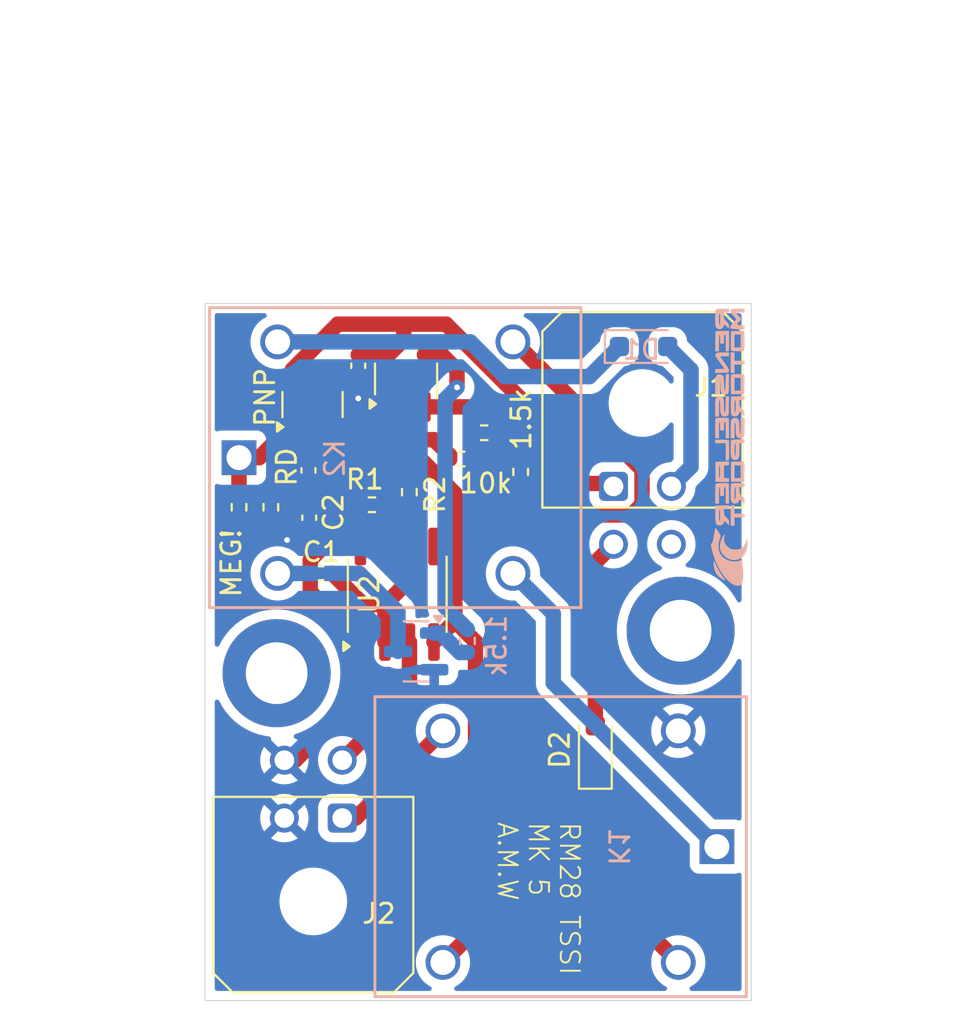
<source format=kicad_pcb>
(kicad_pcb (version 20240108) (generator "pcbnew") (generator_version "8.0")
  (layers (0 "F.Cu" signal) (31 "B.Cu" signal) (34 "B.Paste" user) (35 "F.Paste" user) (36 "B.SilkS" user "B.Silkscreen") (37 "F.SilkS" user "F.Silkscreen") (38 "B.Mask" user) (39 "F.Mask" user) (44 "Edge.Cuts" user))
  (net 0 "")
  (net 1 "Net-(U2-THR)")
  (net 2 "GND")
  (net 3 "BMS")
  (net 4 "Net-(K1-Pad1)")
  (net 5 "Net-(U2-R)")
  (net 7 "+12V")
  (net 8 "IMD")
  (net 9 "Net-(U2-DIS)")
  (net 10 "Net-(Green1-A)")
  (net 12 "Net-(Q1-C)")
  (net 13 "Net-(U3-+)")
  (net 14 "Net-(Q1-B)")
  (net 15 "Net-(U3--)")
  (net 16 "Net-(R4-Pad2)")
  (net 17 "Net-(R7-Pad1)")
  (net 18 "Net-(D1-K)")
  (net 19 "Net-(D2-K)")
  (net 20 "Net-(J2-Pin_3)")
  (net 21 "Net-(Q2-E)")
  (net 22 "Net-(R6-Pad1)")
  (footprint "Resistor_SMD:R_0402_1005Metric_Pad0.72x0.64mm_HandSolder" (layer "F.Cu") (at 132.71 77.2 90)
    (property "Reference" "R6" (hide yes))
    (property "Value" "R")
    (pad "1" smd roundrect (at -0.5975 0 90) (size 0.715 0.64) (layers "F.Cu" "F.Paste" "F.Mask") (net 22 "Net-(R6-Pad1)"))
    (pad "2" smd roundrect (at 0.5975 0 90) (size 0.715 0.64) (layers "F.Cu" "F.Paste" "F.Mask") (net 13 "Net-(U3-+)"))
  )
  (footprint "Capacitor_SMD:C_0402_1005Metric_Pad0.74x0.62mm_HandSolder" (layer "F.Cu") (at 135.32 80.62 180)
    (property "Reference" "C1" (at -0.01 1.1 0) (layer "F.SilkS"))
    (property "Value" ".47u")
    (pad "1" smd roundrect (at -0.5675 0 180) (size 0.735 0.62) (layers "F.Cu" "F.Paste" "F.Mask") (net 1 "Net-(U2-THR)"))
    (pad "2" smd roundrect (at 0.5675 0 180) (size 0.735 0.62) (layers "F.Cu" "F.Paste" "F.Mask") (net 2 "GND"))
  )
  (footprint "MountingHole:MountingHole_3.2mm_M3_DIN965_Pad" (layer "F.Cu") (at 133.01 85.8)
    (property "Reference" "REF**" (hide yes))
    (property "Value" "MountingHole_3.2mm_M3_DIN965_Pad")
    (pad "1" thru_hole circle (at 0 0) (size 5.6 5.6) (drill 3.2) (layers "*.Cu" "*.Mask"))
  )
  (footprint "MountingHole:MountingHole_3.2mm_M3_DIN965_Pad" (layer "F.Cu") (at 153.95 83.6)
    (property "Reference" "REF**" (hide yes))
    (property "Value" "MountingHole_3.2mm_M3_DIN965_Pad")
    (pad "1" thru_hole circle (at 0 0) (size 5.6 5.6) (drill 3.2) (layers "*.Cu" "*.Mask"))
  )
  (footprint "Resistor_SMD:R_0402_1005Metric_Pad0.72x0.64mm_HandSolder" (layer "F.Cu") (at 137.95 77.07)
    (property "Reference" "R1" (at -0.37 -1.31 0) (layer "F.SilkS"))
    (property "Value" "15k")
    (pad "1" smd roundrect (at -0.5975 0) (size 0.715 0.64) (layers "F.Cu" "F.Paste" "F.Mask") (net 5 "Net-(U2-R)"))
    (pad "2" smd roundrect (at 0.5975 0) (size 0.715 0.64) (layers "F.Cu" "F.Paste" "F.Mask") (net 9 "Net-(U2-DIS)"))
  )
  (footprint "Package_TO_SOT_SMD:SOT-23" (layer "F.Cu") (at 134.87 71.8775 90)
    (property "Reference" "PNP" (at 0.3775 -2.46 90) (layer "F.SilkS"))
    (property "Value" "PNP")
    (pad "1" smd roundrect (at -0.9375 -0.95 90) (size 1.475 0.6) (layers "F.Cu" "F.Paste" "F.Mask") (net 7 "+12V"))
    (pad "2" smd roundrect (at -0.9375 0.95 90) (size 1.475 0.6) (layers "F.Cu" "F.Paste" "F.Mask") (net 21 "Net-(Q2-E)"))
    (pad "3" smd roundrect (at 0.9375 0 90) (size 1.475 0.6) (layers "F.Cu" "F.Paste" "F.Mask") (net 2 "GND"))
  )
  (footprint "Resistor_SMD:R_0402_1005Metric_Pad0.72x0.64mm_HandSolder" (layer "F.Cu") (at 131.06 77.2 90)
    (property "Reference" "MEG!" (at -2.9 -0.4 90) (layer "F.SilkS"))
    (property "Value" "R")
    (pad "1" smd roundrect (at -0.5975 0 90) (size 0.715 0.64) (layers "F.Cu" "F.Paste" "F.Mask") (net 22 "Net-(R6-Pad1)"))
    (pad "2" smd roundrect (at 0.5975 0 90) (size 0.715 0.64) (layers "F.Cu" "F.Paste" "F.Mask") (net 7 "+12V"))
  )
  (footprint "Package_SO:SOIC-8_3.9x4.9mm_P1.27mm" (layer "F.Cu") (at 139.26 81.71 90)
    (property "Reference" "U2" (at 0 -1.45 90) (layer "F.SilkS"))
    (property "Value" "NE555D")
    (pad "1" smd roundrect (at -2.475 -1.905 90) (size 1.95 0.6) (layers "F.Cu" "F.Paste" "F.Mask") (net 2 "GND"))
    (pad "2" smd roundrect (at -2.475 -0.635 90) (size 1.95 0.6) (layers "F.Cu" "F.Paste" "F.Mask") (net 1 "Net-(U2-THR)"))
    (pad "3" smd roundrect (at -2.475 0.635 90) (size 1.95 0.6) (layers "F.Cu" "F.Paste" "F.Mask") (net 20 "Net-(J2-Pin_3)"))
    (pad "4" smd roundrect (at -2.475 1.905 90) (size 1.95 0.6) (layers "F.Cu" "F.Paste" "F.Mask") (net 5 "Net-(U2-R)"))
    (pad "5" smd roundrect (at 2.475 1.905 90) (size 1.95 0.6) (layers "F.Cu" "F.Paste" "F.Mask"))
    (pad "6" smd roundrect (at 2.475 0.635 90) (size 1.95 0.6) (layers "F.Cu" "F.Paste" "F.Mask") (net 1 "Net-(U2-THR)"))
    (pad "7" smd roundrect (at 2.475 -0.635 90) (size 1.95 0.6) (layers "F.Cu" "F.Paste" "F.Mask") (net 9 "Net-(U2-DIS)"))
    (pad "8" smd roundrect (at 2.475 -1.905 90) (size 1.95 0.6) (layers "F.Cu" "F.Paste" "F.Mask") (net 5 "Net-(U2-R)"))
  )
  (footprint "Diode_SMD:D_SOD-323_HandSoldering" (layer "F.Cu") (at 149.53 89.7775 90)
    (property "Reference" "D2" (at 0 -1.85 90) (layer "F.SilkS"))
    (property "Value" "D")
    (pad "1" smd roundrect (at -1.25 0 90) (size 1 1) (layers "F.Cu" "F.Paste" "F.Mask") (net 19 "Net-(D2-K)"))
    (pad "2" smd roundrect (at 1.25 0 90) (size 1 1) (layers "F.Cu" "F.Paste" "F.Mask") (net 3 "BMS"))
  )
  (footprint "Resistor_SMD:R_0402_1005Metric_Pad0.72x0.64mm_HandSolder" (layer "F.Cu") (at 142.58 74.7 180)
    (property "Reference" "10k" (at -1.27 -1.26 180) (layer "F.SilkS"))
    (property "Value" "R_0402_1005Metric_Pad0.72x0.64mm_HandSolder")
    (pad "1" smd roundrect (at -0.5975 0 180) (size 0.715 0.64) (layers "F.Cu" "F.Paste" "F.Mask") (net 16 "Net-(R4-Pad2)"))
    (pad "2" smd roundrect (at 0.5975 0 180) (size 0.715 0.64) (layers "F.Cu" "F.Paste" "F.Mask") (net 2 "GND"))
  )
  (footprint "Resistor_SMD:R_0402_1005Metric_Pad0.72x0.64mm_HandSolder" (layer "F.Cu") (at 145.66 75.37 90)
    (property "Reference" "1.5k" (hide yes))
    (property "Value" "R_0402_1005Metric_Pad0.72x0.64mm_HandSolder")
    (pad "1" smd roundrect (at -0.5975 0 90) (size 0.715 0.64) (layers "F.Cu" "F.Paste" "F.Mask") (net 7 "+12V"))
    (pad "2" smd roundrect (at 0.5975 0 90) (size 0.715 0.64) (layers "F.Cu" "F.Paste" "F.Mask") (net 15 "Net-(U3--)"))
  )
  (footprint "Capacitor_SMD:C_0402_1005Metric_Pad0.74x0.62mm_HandSolder" (layer "F.Cu") (at 134.7 77.74 -90)
    (property "Reference" "C1" (hide yes))
    (property "Value" ".47u")
    (pad "1" smd roundrect (at -0.5675 0 270) (size 0.735 0.62) (layers "F.Cu" "F.Paste" "F.Mask") (net 13 "Net-(U3-+)"))
    (pad "2" smd roundrect (at 0.5675 0 270) (size 0.735 0.62) (layers "F.Cu" "F.Paste" "F.Mask") (net 2 "GND"))
  )
  (footprint "Package_TO_SOT_SMD:SOT-23-5_HandSoldering" (layer "F.Cu") (at 139.72 70.65 90)
    (property "Reference" "REF**" (hide yes))
    (property "Value" "SOT-23-5_HandSoldering")
    (pad "1" smd roundrect (at -1.35 -0.95 90) (size 1.56 0.65) (layers "F.Cu" "F.Paste" "F.Mask") (net 13 "Net-(U3-+)"))
    (pad "2" smd roundrect (at -1.35 0 90) (size 1.56 0.65) (layers "F.Cu" "F.Paste" "F.Mask") (net 2 "GND"))
    (pad "3" smd roundrect (at -1.35 0.95 90) (size 1.56 0.65) (layers "F.Cu" "F.Paste" "F.Mask") (net 15 "Net-(U3--)"))
    (pad "4" smd roundrect (at 1.35 0.95 90) (size 1.56 0.65) (layers "F.Cu" "F.Paste" "F.Mask") (net 17 "Net-(R7-Pad1)"))
    (pad "5" smd roundrect (at 1.35 -0.95 90) (size 1.56 0.65) (layers "F.Cu" "F.Paste" "F.Mask") (net 7 "+12V"))
  )
  (footprint "Capacitor_SMD:C_0402_1005Metric_Pad0.74x0.62mm_HandSolder" (layer "F.Cu") (at 137.24 69.87 -90)
    (property "Reference" "REF**" (hide yes))
    (property "Value" "C_0402_1005Metric_Pad0.74x0.62mm_HandSolder")
    (pad "1" smd roundrect (at -0.5675 0 270) (size 0.735 0.62) (layers "F.Cu" "F.Paste" "F.Mask") (net 7 "+12V"))
    (pad "2" smd roundrect (at 0.5675 0 270) (size 0.735 0.62) (layers "F.Cu" "F.Paste" "F.Mask") (net 2 "GND"))
  )
  (footprint "Resistor_SMD:R_0402_1005Metric_Pad0.72x0.64mm_HandSolder" (layer "F.Cu") (at 139.89 76.4175 90)
    (property "Reference" "R2" (at -0.12 1.33 90) (layer "F.SilkS"))
    (property "Value" "470k")
    (pad "1" smd roundrect (at -0.5975 0 90) (size 0.715 0.64) (layers "F.Cu" "F.Paste" "F.Mask") (net 1 "Net-(U2-THR)"))
    (pad "2" smd roundrect (at 0.5975 0 90) (size 0.715 0.64) (layers "F.Cu" "F.Paste" "F.Mask") (net 9 "Net-(U2-DIS)"))
  )
  (footprint "Connector_Molex:Molex_Micro-Fit_3.0_43045-0400_2x02_P3.00mm_Horizontal" (layer "F.Cu") (at 150.47 76.12)
    (property "Reference" "J1" (at 5.05 -5.17 0) (layer "F.SilkS"))
    (property "Value" "Conn_01x04_Pin" (hide yes))
    (pad "" np_thru_hole circle (at 1.5 -4.32) (size 3 3) (drill 3) (layers "*.Cu" "*.Mask"))
    (pad "1" thru_hole roundrect (at 0 0) (size 1.5 1.5) (drill 1.02) (layers "*.Cu" "*.Mask") (roundrect_rratio 0.166667) (net 7 "+12V"))
    (pad "2" thru_hole circle (at 3 0) (size 1.5 1.5) (drill 1.02) (layers "*.Cu" "*.Mask") (net 8 "IMD"))
    (pad "3" thru_hole circle (at 0 3) (size 1.5 1.5) (drill 1.02) (layers "*.Cu" "*.Mask") (net 3 "BMS"))
    (pad "4" thru_hole circle (at 3 3) (size 1.5 1.5) (drill 1.02) (layers "*.Cu" "*.Mask"))
  )
  (footprint "Connector_Molex:Molex_Micro-Fit_3.0_43045-0400_2x02_P3.00mm_Horizontal" (layer "F.Cu") (at 136.41 93.31 180)
    (property "Reference" "J2" (at -1.9 -4.95 0) (layer "F.SilkS"))
    (property "Value" "Conn_01x04_Pin")
    (pad "" np_thru_hole circle (at 1.5 -4.32 180) (size 3 3) (drill 3) (layers "*.Cu" "*.Mask"))
    (pad "1" thru_hole roundrect (at 0 0 180) (size 1.5 1.5) (drill 1.02) (layers "*.Cu" "*.Mask") (roundrect_rratio 0.166667) (net 10 "Net-(Green1-A)"))
    (pad "2" thru_hole circle (at 3 0 180) (size 1.5 1.5) (drill 1.02) (layers "*.Cu" "*.Mask") (net 2 "GND"))
    (pad "3" thru_hole circle (at 0 3 180) (size 1.5 1.5) (drill 1.02) (layers "*.Cu" "*.Mask") (net 20 "Net-(J2-Pin_3)"))
    (pad "4" thru_hole circle (at 3 3 180) (size 1.5 1.5) (drill 1.02) (layers "*.Cu" "*.Mask") (net 2 "GND"))
  )
  (footprint "Resistor_SMD:R_0402_1005Metric_Pad0.72x0.64mm_HandSolder" (layer "F.Cu") (at 143.77 73.34 180)
    (property "Reference" "REF**" (hide yes))
    (property "Value" "R_0402_1005Metric_Pad0.72x0.64mm_HandSolder")
    (pad "1" smd roundrect (at -0.5975 0 180) (size 0.715 0.64) (layers "F.Cu" "F.Paste" "F.Mask") (net 15 "Net-(U3--)"))
    (pad "2" smd roundrect (at 0.5975 0 180) (size 0.715 0.64) (layers "F.Cu" "F.Paste" "F.Mask") (net 16 "Net-(R4-Pad2)"))
  )
  (footprint "Capacitor_SMD:C_0402_1005Metric_Pad0.74x0.62mm_HandSolder" (layer "F.Cu") (at 134.66 75.29 -90)
    (property "Reference" "RD" (at -0.18 1.13 90) (layer "F.SilkS"))
    (property "Value" "R")
    (pad "1" smd roundrect (at -0.5675 0 270) (size 0.735 0.62) (layers "F.Cu" "F.Paste" "F.Mask") (net 21 "Net-(Q2-E)"))
    (pad "2" smd roundrect (at 0.5675 0 270) (size 0.735 0.62) (layers "F.Cu" "F.Paste" "F.Mask") (net 13 "Net-(U3-+)"))
  )
  (footprint "Package_TO_SOT_SMD:SOT-23" (layer "B.Cu") (at 140.2375 84.67 180)
    (property "Reference" "REF**" (hide yes))
    (property "Value" "SOT-23")
    (pad "1" smd roundrect (at -0.9375 0.95 180) (size 1.475 0.6) (layers "B.Cu" "B.Paste" "B.Mask") (net 14 "Net-(Q1-B)"))
    (pad "2" smd roundrect (at -0.9375 -0.95 180) (size 1.475 0.6) (layers "B.Cu" "B.Paste" "B.Mask") (net 2 "GND"))
    (pad "3" smd roundrect (at 0.9375 0 180) (size 1.475 0.6) (layers "B.Cu" "B.Paste" "B.Mask") (net 12 "Net-(Q1-C)"))
  )
  (footprint "Diode_SMD:D_SOD-323_HandSoldering" (layer "B.Cu") (at 152.03 68.87)
    (property "Reference" "D1" (hide yes))
    (property "Value" "D")
    (pad "1" smd roundrect (at -1.25 0) (size 1 1) (layers "B.Cu" "B.Paste" "B.Mask") (net 18 "Net-(D1-K)"))
    (pad "2" smd roundrect (at 1.25 0) (size 1 1) (layers "B.Cu" "B.Paste" "B.Mask") (net 8 "IMD"))
  )
  (footprint "footprints:RM_silkscreen" (layer "B.Cu") (at 156.458871 73.739512 -90)
    (property "Reference" "G***" (hide yes))
    (property "Value" "LOGO" (hide yes))
  )
  (footprint "footprints:K_AZ943-1C_AMZ" (layer "B.Cu") (at 131.06 74.63 -90)
    (property "Reference" "K2" (at 0.04 -4.96 90) (layer "B.SilkS") (effects (justify mirror)))
    (property "Value" "SANYOU_SRD_Form_C")
    (pad "1" thru_hole rect (at 0 0 270) (size 1.8034 1.8034) (drill 1.2954) (layers "*.Cu" "*.Mask") (net 7 "+12V"))
    (pad "2" thru_hole circle (at -5.999999 -2.000001 270) (size 1.8034 1.8034) (drill 1.2954) (layers "*.Cu" "*.Mask") (net 18 "Net-(D1-K)"))
    (pad "3" thru_hole circle (at -5.999999 -14.199199 270) (size 1.8034 1.8034) (drill 1.2954) (layers "*.Cu" "*.Mask") (net 5 "Net-(U2-R)"))
    (pad "4" thru_hole circle (at 5.999999 -14.199199 270) (size 1.8034 1.8034) (drill 1.2954) (layers "*.Cu" "*.Mask") (net 4 "Net-(K1-Pad1)"))
    (pad "5" thru_hole circle (at 5.999999 -2.000001 270) (size 1.8034 1.8034) (drill 1.2954) (layers "*.Cu" "*.Mask") (net 12 "Net-(Q1-C)"))
  )
  (footprint "footprints:K_AZ943-1C_AMZ" (layer "B.Cu") (at 155.830001 94.790001 90)
    (property "Reference" "K1" (at 0.000001 -5.099199 -90) (layer "B.SilkS") (effects (justify mirror)))
    (property "Value" "SANYOU_SRD_Form_C")
    (pad "1" thru_hole rect (at 0 0 90) (size 1.8034 1.8034) (drill 1.2954) (layers "*.Cu" "*.Mask") (net 4 "Net-(K1-Pad1)"))
    (pad "2" thru_hole circle (at -5.999999 -2.000001 90) (size 1.8034 1.8034) (drill 1.2954) (layers "*.Cu" "*.Mask") (net 19 "Net-(D2-K)"))
    (pad "3" thru_hole circle (at -5.999999 -14.199199 90) (size 1.8034 1.8034) (drill 1.2954) (layers "*.Cu" "*.Mask") (net 5 "Net-(U2-R)"))
    (pad "4" thru_hole circle (at 5.999999 -14.199199 90) (size 1.8034 1.8034) (drill 1.2954) (layers "*.Cu" "*.Mask") (net 10 "Net-(Green1-A)"))
    (pad "5" thru_hole circle (at 5.999999 -2.000001 90) (size 1.8034 1.8034) (drill 1.2954) (layers "*.Cu" "*.Mask") (net 2 "GND"))
  )
  (footprint "Resistor_SMD:R_0402_1005Metric_Pad0.72x0.64mm_HandSolder" (layer "B.Cu") (at 142.9 84.13 -90)
    (property "Reference" "1.5k" (at 0.25 -1.51 90) (layer "B.SilkS") (effects (justify mirror)))
    (property "Value" "R_0402_1005Metric_Pad0.72x0.64mm_HandSolder")
    (pad "1" smd roundrect (at -0.5975 0 270) (size 0.715 0.64) (layers "B.Cu" "B.Paste" "B.Mask") (net 17 "Net-(R7-Pad1)"))
    (pad "2" smd roundrect (at 0.5975 0 270) (size 0.715 0.64) (layers "B.Cu" "B.Paste" "B.Mask") (net 14 "Net-(Q1-B)"))
  )
  (gr_rect (start 129.3 66.64) (end 157.61 102.77) (stroke (width 0.05)) (fill none) (layer "Edge.Cuts"))
  (gr_text "D1" (at 151.91 69.03 -0) (layer "B.SilkS") (effects (font (size 1 1)) (justify mirror)))
  (gr_text "RM28 TSSI\nMK 5\nA.M.W" (at 144.39 93.44 270) (layer "F.SilkS") (effects (font (size 1 1) (thickness 0.1)) (justify left bottom)))
  (gr_text "C2" (at 135.95 77.47 90) (layer "F.SilkS") (effects (font (size 1 1))))
  (gr_text "1.5k\n" (at 145.69 72.63 90) (layer "F.SilkS") (effects (font (size 1 1))))
  (segment (start 135.8875 80.6275) (end 135.8875 80.62) (width 0.8) (layer "F.Cu") (net 1))
  (segment (start 138.625 82.245) (end 137.505 82.245) (width 0.8) (layer "F.Cu") (net 1))
  (segment (start 139.895 80.975) (end 139.895 79.235) (width 0.8) (layer "F.Cu") (net 1))
  (segment (start 139.89 79.23) (end 139.895 79.235) (width 0.2) (layer "F.Cu") (net 1))
  (segment (start 138.625 82.245) (end 139.895 80.975) (width 0.8) (layer "F.Cu") (net 1))
  (segment (start 138.625 84.185) (end 138.625 82.245) (width 0.8) (layer "F.Cu") (net 1))
  (segment (start 139.89 77.015) (end 139.89 79.23) (width 0.8) (layer "F.Cu") (net 1))
  (segment (start 137.505 82.245) (end 135.8875 80.6275) (width 0.8) (layer "F.Cu") (net 1))
  (segment (start 134.7 78.3075) (end 135.5625 78.3075) (width 0.8) (layer "F.Cu") (net 2))
  (segment (start 134.7525 78.36) (end 134.7 78.3075) (width 0.2) (layer "F.Cu") (net 2))
  (segment (start 134.7525 79.9375) (end 134.7525 80.62) (width 0.8) (layer "F.Cu") (net 2))
  (segment (start 136.13 77.74) (end 136.13 76.21) (width 0.8) (layer "F.Cu") (net 2))
  (segment (start 138.64 73.7) (end 141.17 73.7) (width 0.8) (layer "F.Cu") (net 2))
  (segment (start 136.13 76.21) (end 138.64 73.7) (width 0.8) (layer "F.Cu") (net 2))
  (segment (start 134.1425 78.3075) (end 134.7 78.3075) (width 0.8) (layer "F.Cu") (net 2))
  (segment (start 137.355 86.935) (end 133.98 90.31) (width 0.8) (layer "F.Cu") (net 2))
  (segment (start 135.3725 70.4375) (end 137.24 70.4375) (width 0.8) (layer "F.Cu") (net 2))
  (segment (start 135.5625 79.1275) (end 134.7525 79.9375) (width 0.8) (layer "F.Cu") (net 2))
  (segment (start 135.5625 78.3075) (end 136.13 77.74) (width 0.8) (layer "F.Cu") (net 2))
  (segment (start 134.7525 80.62) (end 134.7525 81.5825) (width 0.8) (layer "F.Cu") (net 2))
  (segment (start 135.5625 78.3075) (end 135.5625 79.1275) (width 0.8) (layer "F.Cu") (net 2))
  (segment (start 133.98 90.31) (end 133.41 90.31) (width 0.8) (layer "F.Cu") (net 2))
  (segment (start 141.9825 74.5125) (end 141.9825 74.7) (width 0.8) (layer "F.Cu") (net 2))
  (segment (start 134.742501 80.629999) (end 134.7525 80.62) (width 0.2) (layer "F.Cu") (net 2))
  (segment (start 137.355 84.185) (end 137.355 86.935) (width 0.8) (layer "F.Cu") (net 2))
  (segment (start 133.55 78.9) (end 134.1425 78.3075) (width 0.8) (layer "F.Cu") (net 2))
  (segment (start 137.24 70.4375) (end 137.24 71.56) (width 0.8) (layer "F.Cu") (net 2))
  (segment (start 134.7525 81.5825) (end 137.355 84.185) (width 0.8) (layer "F.Cu") (net 2))
  (segment (start 139.72 72) (end 139.72 73.69) (width 0.6) (layer "F.Cu") (net 2))
  (segment (start 141.17 73.7) (end 141.9825 74.5125) (width 0.8) (layer "F.Cu") (net 2))
  (segment (start 134.87 70.94) (end 135.3725 70.4375) (width 0.8) (layer "F.Cu") (net 2))
  (via (at 133.55 78.9) (size 0.6) (drill 0.3) (layers "F.Cu" "B.Cu") (net 2))
  (via (at 137.24 71.56) (size 0.6) (drill 0.3) (layers "F.Cu" "B.Cu") (net 2))
  (segment (start 149.53 80.06) (end 149.53 88.5275) (width 0.8) (layer "F.Cu") (net 3))
  (segment (start 150.47 79.12) (end 149.53 80.06) (width 0.8) (layer "F.Cu") (net 3))
  (segment (start 147.35 82.7208) (end 147.35 86.31) (width 0.8) (layer "B.Cu") (net 4))
  (segment (start 145.259199 80.629999) (end 147.35 82.7208) (width 0.8) (layer "B.Cu") (net 4))
  (segment (start 147.35 86.31) (end 155.830001 94.790001) (width 0.8) (layer "B.Cu") (net 4))
  (segment (start 137.355 79.235) (end 137.355 77.0725) (width 0.8) (layer "F.Cu") (net 5))
  (segment (start 151.95 77.05) (end 151.4 77.6) (width 0.8) (layer "F.Cu") (net 5))
  (segment (start 139.1 74.7) (end 140.47 74.7) (width 0.8) (layer "F.Cu") (net 5))
  (segment (start 141.165 84.185) (end 142.25 83.1) (width 0.8) (layer "F.Cu") (net 5))
  (segment (start 143.32 84.17) (end 143.32 99.100802) (width 0.8) (layer "F.Cu") (net 5))
  (segment (start 145.259199 68.630001) (end 145.330001 68.630001) (width 0.8) (layer "F.Cu") (net 5))
  (segment (start 143.32 99.100802) (end 141.630802 100.79) (width 0.8) (layer "F.Cu") (net 5))
  (segment (start 137.3525 76.4475) (end 139.1 74.7) (width 0.8) (layer "F.Cu") (net 5))
  (segment (start 151.4 77.6) (end 142.25 77.6) (width 0.8) (layer "F.Cu") (net 5))
  (segment (start 142.25 83.1) (end 142.25 77.6) (width 0.8) (layer "F.Cu") (net 5))
  (segment (start 142.25 83.1) (end 143.32 84.17) (width 0.8) (layer "F.Cu") (net 5))
  (segment (start 145.330001 68.630001) (end 151.95 75.25) (width 0.8) (layer "F.Cu") (net 5))
  (segment (start 142.25 76.48) (end 142.25 77.6) (width 0.8) (layer "F.Cu") (net 5))
  (segment (start 137.3525 79.2325) (end 137.355 79.235) (width 0.2) (layer "F.Cu") (net 5))
  (segment (start 137.3525 77.07) (end 137.3525 76.4475) (width 0.8) (layer "F.Cu") (net 5))
  (segment (start 137.355 77.0725) (end 137.3525 77.07) (width 0.2) (layer "F.Cu") (net 5))
  (segment (start 151.95 75.25) (end 151.95 77.05) (width 0.8) (layer "F.Cu") (net 5))
  (segment (start 140.47 74.7) (end 142.25 76.48) (width 0.8) (layer "F.Cu") (net 5))
  (segment (start 132.105 74.63) (end 133.92 72.815) (width 0.8) (layer "F.Cu") (net 7))
  (segment (start 133.83 72.725) (end 133.83 70.06) (width 0.8) (layer "F.Cu") (net 7))
  (segment (start 148.47 74.39) (end 148.47 75.9675) (width 0.8) (layer "F.Cu") (net 7))
  (segment (start 133.83 70.06) (end 136.18 67.71) (width 0.8) (layer "F.Cu") (net 7))
  (segment (start 145.66 75.9675) (end 148.47 75.9675) (width 0.8) (layer "F.Cu") (net 7))
  (segment (start 136.18 67.71) (end 139.6 67.71) (width 0.8) (layer "F.Cu") (net 7))
  (segment (start 133.92 72.815) (end 133.83 72.725) (width 0.8) (layer "F.Cu") (net 7))
  (segment (start 131.06 74.63) (end 131.06 76.6025) (width 0.8) (layer "F.Cu") (net 7))
  (segment (start 150.47 76.12) (end 150.47 75.79) (width 0.8) (layer "F.Cu") (net 7))
  (segment (start 131.06 74.63) (end 132.105 74.63) (width 0.8) (layer "F.Cu") (net 7))
  (segment (start 141.79 67.71) (end 148.47 74.39) (width 0.8) (layer "F.Cu") (net 7))
  (segment (start 138.7675 69.3025) (end 138.77 69.3) (width 0.2) (layer "F.Cu") (net 7))
  (segment (start 138.81 69.3) (end 139.6 68.51) (width 0.8) (layer "F.Cu") (net 7))
  (segment (start 148.47 75.9675) (end 150.3175 75.9675) (width 0.8) (layer "F.Cu") (net 7))
  (segment (start 138.77 69.3) (end 138.81 69.3) (width 0.8) (layer "F.Cu") (net 7))
  (segment (start 139.6 68.51) (end 139.6 67.71) (width 0.8) (layer "F.Cu") (net 7))
  (segment (start 139.6 67.71) (end 141.79 67.71) (width 0.8) (layer "F.Cu") (net 7))
  (segment (start 150.3175 75.9675) (end 150.47 76.12) (width 0.8) (layer "F.Cu") (net 7))
  (segment (start 137.24 69.3025) (end 138.7675 69.3025) (width 0.8) (layer "F.Cu") (net 7))
  (segment (start 154.49 70.08) (end 153.28 68.87) (width 0.8) (layer "B.Cu") (net 8))
  (segment (start 154.49 75.1) (end 154.49 70.08) (width 0.8) (layer "B.Cu") (net 8))
  (segment (start 153.47 76.12) (end 154.49 75.1) (width 0.8) (layer "B.Cu") (net 8))
  (segment (start 138.5475 76.666714) (end 138.5475 77.07) (width 0.8) (layer "F.Cu") (net 9))
  (segment (start 139.89 75.82) (end 139.394214 75.82) (width 0.8) (layer "F.Cu") (net 9))
  (segment (start 139.394214 75.82) (end 138.5475 76.666714) (width 0.8) (layer "F.Cu") (net 9))
  (segment (start 138.5475 77.07) (end 138.5475 79.1575) (width 0.8) (layer "F.Cu") (net 9))
  (segment (start 138.5475 79.1575) (end 138.625 79.235) (width 0.2) (layer "F.Cu") (net 9))
  (segment (start 137.110804 93.31) (end 136.41 93.31) (width 0.8) (layer "F.Cu") (net 10))
  (segment (start 141.630802 88.790002) (end 137.110804 93.31) (width 0.8) (layer "F.Cu") (net 10))
  (segment (start 137.299999 80.629999) (end 133.060001 80.629999) (width 0.8) (layer "B.Cu") (net 12))
  (segment (start 139.3 84.67) (end 139.3 82.63) (width 0.8) (layer "B.Cu") (net 12))
  (segment (start 139.3 82.63) (end 137.299999 80.629999) (width 0.8) (layer "B.Cu") (net 12))
  (segment (start 134.7 75.8975) (end 134.66 75.8575) (width 0.8) (layer "F.Cu") (net 13))
  (segment (start 132.71 76.6025) (end 133.4325 76.6025) (width 0.8) (layer "F.Cu") (net 13))
  (segment (start 134.0025 77.1725) (end 134.7 77.1725) (width 0.8) (layer "F.Cu") (net 13))
  (segment (start 133.4325 76.6025) (end 134.0025 77.1725) (width 0.8) (layer "F.Cu") (net 13))
  (segment (start 135.068286 75.8575) (end 138.77 72.155786) (width 0.8) (layer "F.Cu") (net 13))
  (segment (start 134.66 75.8575) (end 135.068286 75.8575) (width 0.8) (layer "F.Cu") (net 13))
  (segment (start 138.77 72.155786) (end 138.77 72) (width 0.8) (layer "F.Cu") (net 13))
  (segment (start 134.7 77.1725) (end 134.7 75.8975) (width 0.8) (layer "F.Cu") (net 13))
  (segment (start 142.9 84.7275) (end 142.5075 84.7275) (width 0.8) (layer "B.Cu") (net 14))
  (segment (start 141.5 83.72) (end 141.175 83.72) (width 0.8) (layer "B.Cu") (net 14))
  (segment (start 142.5075 84.7275) (end 141.5 83.72) (width 0.8) (layer "B.Cu") (net 14))
  (segment (start 145.66 74.7725) (end 145.0925 74.7725) (width 0.8) (layer "F.Cu") (net 15))
  (segment (start 144.3675 72.9075) (end 144.3675 73.34) (width 0.8) (layer "F.Cu") (net 15))
  (segment (start 140.67 72) (end 143.46 72) (width 0.8) (layer "F.Cu") (net 15))
  (segment (start 144.3675 74.0475) (end 144.3675 73.34) (width 0.8) (layer "F.Cu") (net 15))
  (segment (start 145.0925 74.7725) (end 144.3675 74.0475) (width 0.8) (layer "F.Cu") (net 15))
  (segment (start 143.46 72) (end 144.3675 72.9075) (width 0.8) (layer "F.Cu") (net 15))
  (segment (start 143.1725 74.695) (end 143.1775 74.7) (width 0.8) (layer "F.Cu") (net 16))
  (segment (start 143.1725 73.34) (end 143.1725 74.695) (width 0.8) (layer "F.Cu") (net 16))
  (segment (start 142.36 70.08) (end 141.58 69.3) (width 0.8) (layer "F.Cu") (net 17))
  (segment (start 142.36 70.99) (end 142.36 70.08) (width 0.8) (layer "F.Cu") (net 17))
  (segment (start 141.58 69.3) (end 140.67 69.3) (width 0.8) (layer "F.Cu") (net 17))
  (via (at 142.36 70.99) (size 0.6) (drill 0.3) (layers "F.Cu" "B.Cu") (net 17))
  (segment (start 142.36 70.99) (end 141.74 71.61) (width 0.8) (layer "B.Cu") (net 17))
  (segment (start 141.74 71.61) (end 141.74 82.3725) (width 0.8) (layer "B.Cu") (net 17))
  (segment (start 141.74 82.3725) (end 142.9 83.5325) (width 0.8) (layer "B.Cu") (net 17))
  (segment (start 143.050001 68.630001) (end 133.060001 68.630001) (width 0.8) (layer "B.Cu") (net 18))
  (segment (start 150.78 68.87) (end 149.22 70.43) (width 0.8) (layer "B.Cu") (net 18))
  (segment (start 144.85 70.43) (end 143.050001 68.630001) (width 0.8) (layer "B.Cu") (net 18))
  (segment (start 149.22 70.43) (end 144.85 70.43) (width 0.8) (layer "B.Cu") (net 18))
  (segment (start 149.53 96.49) (end 153.83 100.79) (width 0.8) (layer "F.Cu") (net 19))
  (segment (start 149.53 91.0275) (end 149.53 96.49) (width 0.8) (layer "F.Cu") (net 19))
  (segment (start 139.895 84.185) (end 139.895 86.825) (width 0.8) (layer "F.Cu") (net 20))
  (segment (start 139.895 86.825) (end 136.41 90.31) (width 0.8) (layer "F.Cu") (net 20))
  (segment (start 134.66 73.975) (end 135.82 72.815) (width 0.8) (layer "F.Cu") (net 21))
  (segment (start 134.66 74.7225) (end 134.66 73.975) (width 0.8) (layer "F.Cu") (net 21))
  (segment (start 131.06 77.7975) (end 132.71 77.7975) (width 0.8) (layer "F.Cu") (net 22))
  (zone (net 2) (net_name "GND") (layer "B.Cu") (connect_pads (clearance 0.5)) (min_thickness 0.25) (fill yes (thermal_gap 0.5) (thermal_bridge_width 0.5))
    (polygon (pts (xy 158.68 65.72) (xy 158.82 103.98) (xy 128.34 103.6) (xy 128.36 65.47)))
  )
)
</source>
